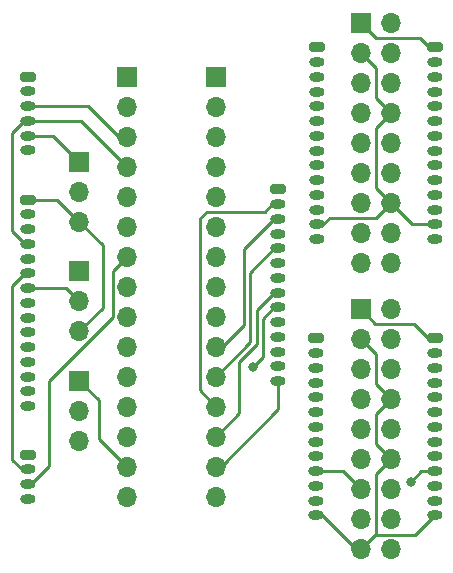
<source format=gbr>
%TF.GenerationSoftware,KiCad,Pcbnew,7.0.1*%
%TF.CreationDate,2023-03-26T20:19:22+09:00*%
%TF.ProjectId,joystick_gpio_input,6a6f7973-7469-4636-9b5f-6770696f5f69,2*%
%TF.SameCoordinates,PX78649acPY7936aa0*%
%TF.FileFunction,Copper,L2,Bot*%
%TF.FilePolarity,Positive*%
%FSLAX46Y46*%
G04 Gerber Fmt 4.6, Leading zero omitted, Abs format (unit mm)*
G04 Created by KiCad (PCBNEW 7.0.1) date 2023-03-26 20:19:22*
%MOMM*%
%LPD*%
G01*
G04 APERTURE LIST*
G04 Aperture macros list*
%AMRoundRect*
0 Rectangle with rounded corners*
0 $1 Rounding radius*
0 $2 $3 $4 $5 $6 $7 $8 $9 X,Y pos of 4 corners*
0 Add a 4 corners polygon primitive as box body*
4,1,4,$2,$3,$4,$5,$6,$7,$8,$9,$2,$3,0*
0 Add four circle primitives for the rounded corners*
1,1,$1+$1,$2,$3*
1,1,$1+$1,$4,$5*
1,1,$1+$1,$6,$7*
1,1,$1+$1,$8,$9*
0 Add four rect primitives between the rounded corners*
20,1,$1+$1,$2,$3,$4,$5,0*
20,1,$1+$1,$4,$5,$6,$7,0*
20,1,$1+$1,$6,$7,$8,$9,0*
20,1,$1+$1,$8,$9,$2,$3,0*%
G04 Aperture macros list end*
%TA.AperFunction,ComponentPad*%
%ADD10RoundRect,0.200000X-0.450000X0.200000X-0.450000X-0.200000X0.450000X-0.200000X0.450000X0.200000X0*%
%TD*%
%TA.AperFunction,ComponentPad*%
%ADD11O,1.300000X0.800000*%
%TD*%
%TA.AperFunction,ComponentPad*%
%ADD12R,1.700000X1.700000*%
%TD*%
%TA.AperFunction,ComponentPad*%
%ADD13O,1.700000X1.700000*%
%TD*%
%TA.AperFunction,ViaPad*%
%ADD14C,0.800000*%
%TD*%
%TA.AperFunction,Conductor*%
%ADD15C,0.250000*%
%TD*%
G04 APERTURE END LIST*
D10*
%TO.P,J5,1,Pin_1*%
%TO.N,/C_UP*%
X24850004Y31981800D03*
D11*
%TO.P,J5,2,Pin_2*%
%TO.N,/C_TL*%
X24850004Y30731800D03*
%TO.P,J5,3,Pin_3*%
%TO.N,/C_X*%
X24850004Y29481800D03*
%TO.P,J5,4,Pin_4*%
%TO.N,/C_DOWN*%
X24850004Y28231800D03*
%TO.P,J5,5,Pin_5*%
%TO.N,/C_Y*%
X24850004Y26981800D03*
%TO.P,J5,6,Pin_6*%
%TO.N,/C_LEFT*%
X24850004Y25731800D03*
%TO.P,J5,7,Pin_7*%
%TO.N,/C_RIGHT*%
X24850004Y24481800D03*
%TO.P,J5,8,Pin_8*%
%TO.N,/C_TR*%
X24850004Y23231800D03*
%TO.P,J5,9,Pin_9*%
%TO.N,/C_B*%
X24850004Y21981800D03*
%TO.P,J5,10,Pin_10*%
%TO.N,/C_START*%
X24850004Y20731800D03*
%TO.P,J5,11,Pin_11*%
%TO.N,/C_SELECT*%
X24850004Y19481800D03*
%TO.P,J5,12,Pin_12*%
%TO.N,/C_A*%
X24850004Y18231800D03*
%TO.P,J5,13,Pin_13*%
%TO.N,/GND*%
X24850004Y16981800D03*
%TO.P,J5,14,Pin_14*%
%TO.N,/C_HK*%
X24850004Y15731800D03*
%TD*%
D12*
%TO.P,JP3,1,Pin_1*%
%TO.N,/HK*%
X8009804Y15773400D03*
D13*
%TO.P,JP3,2,Pin_2*%
%TO.N,/HK_T*%
X8009804Y13233400D03*
%TO.P,JP3,3,Pin_3*%
%TO.N,/GND*%
X8009804Y10693400D03*
%TD*%
D10*
%TO.P,J1,1,Pin_1*%
%TO.N,/GND*%
X3615604Y41529000D03*
D11*
%TO.P,J1,2,Pin_2*%
%TO.N,/UP*%
X3615604Y40279000D03*
%TO.P,J1,3,Pin_3*%
%TO.N,/DOWN*%
X3615604Y39029000D03*
%TO.P,J1,4,Pin_4*%
%TO.N,/LEFT*%
X3615604Y37779000D03*
%TO.P,J1,5,Pin_5*%
%TO.N,/RIGHT*%
X3615604Y36529000D03*
%TO.P,J1,6,Pin_6*%
%TO.N,/GND*%
X3615604Y35279000D03*
%TD*%
D12*
%TO.P,J12,1,Pin_1*%
%TO.N,/GND*%
X12023004Y41529000D03*
D13*
%TO.P,J12,2,Pin_2*%
%TO.N,/UP*%
X12023004Y38989000D03*
%TO.P,J12,3,Pin_3*%
%TO.N,/DOWN*%
X12023004Y36449000D03*
%TO.P,J12,4,Pin_4*%
%TO.N,/LEFT*%
X12023004Y33909000D03*
%TO.P,J12,5,Pin_5*%
%TO.N,/RIGHT*%
X12023004Y31369000D03*
%TO.P,J12,6,Pin_6*%
%TO.N,/START*%
X12023004Y28829000D03*
%TO.P,J12,7,Pin_7*%
%TO.N,/SELECT*%
X12023004Y26289000D03*
%TO.P,J12,8,Pin_8*%
%TO.N,/A*%
X12023004Y23749000D03*
%TO.P,J12,9,Pin_9*%
%TO.N,/B*%
X12023004Y21209000D03*
%TO.P,J12,10,Pin_10*%
%TO.N,/X*%
X12023004Y18669000D03*
%TO.P,J12,11,Pin_11*%
%TO.N,/Y*%
X12023004Y16129000D03*
%TO.P,J12,12,Pin_12*%
%TO.N,/TL*%
X12023004Y13589000D03*
%TO.P,J12,13,Pin_13*%
%TO.N,/TR*%
X12023004Y11049000D03*
%TO.P,J12,14,Pin_14*%
%TO.N,/HK*%
X12023004Y8509000D03*
%TO.P,J12,15,Pin_15*%
%TO.N,/GND*%
X12023004Y5969000D03*
%TD*%
D10*
%TO.P,J3,1,Pin_1*%
%TO.N,/GND*%
X3641004Y31115000D03*
D11*
%TO.P,J3,2,Pin_2*%
%TO.N,/UP*%
X3641004Y29865000D03*
%TO.P,J3,3,Pin_3*%
%TO.N,/DOWN*%
X3641004Y28615000D03*
%TO.P,J3,4,Pin_4*%
%TO.N,/LEFT*%
X3641004Y27365000D03*
%TO.P,J3,5,Pin_5*%
%TO.N,/RIGHT_T*%
X3641004Y26115000D03*
%TO.P,J3,6,Pin_6*%
%TO.N,/START*%
X3641004Y24865000D03*
%TO.P,J3,7,Pin_7*%
%TO.N,/SELECT_T*%
X3641004Y23615000D03*
%TO.P,J3,8,Pin_8*%
%TO.N,/A*%
X3641004Y22365000D03*
%TO.P,J3,9,Pin_9*%
%TO.N,/B*%
X3641004Y21115000D03*
%TO.P,J3,10,Pin_10*%
%TO.N,/X*%
X3641004Y19865000D03*
%TO.P,J3,11,Pin_11*%
%TO.N,/Y*%
X3641004Y18615000D03*
%TO.P,J3,12,Pin_12*%
%TO.N,/TL*%
X3641004Y17365000D03*
%TO.P,J3,13,Pin_13*%
%TO.N,/TR*%
X3641004Y16115000D03*
%TO.P,J3,14,Pin_14*%
%TO.N,/HK_T*%
X3641004Y14865000D03*
%TO.P,J3,15,Pin_15*%
%TO.N,/GND*%
X3641004Y13615000D03*
%TD*%
D12*
%TO.P,JP1,1,Pin_1*%
%TO.N,/RIGHT*%
X8009804Y34315400D03*
D13*
%TO.P,JP1,2,Pin_2*%
%TO.N,/RIGHT_T*%
X8009804Y31775400D03*
%TO.P,JP1,3,Pin_3*%
%TO.N,/GND*%
X8009804Y29235400D03*
%TD*%
D12*
%TO.P,J4,1,Pin_1*%
%TO.N,/GND*%
X19561155Y41529000D03*
D13*
%TO.P,J4,2,Pin_2*%
%TO.N,/C_UP*%
X19561155Y38989000D03*
%TO.P,J4,3,Pin_3*%
%TO.N,/C_DOWN*%
X19561155Y36449000D03*
%TO.P,J4,4,Pin_4*%
%TO.N,/C_LEFT*%
X19561155Y33909000D03*
%TO.P,J4,5,Pin_5*%
%TO.N,/C_RIGHT*%
X19561155Y31369000D03*
%TO.P,J4,6,Pin_6*%
%TO.N,/C_START*%
X19561155Y28829000D03*
%TO.P,J4,7,Pin_7*%
%TO.N,/C_SELECT*%
X19561155Y26289000D03*
%TO.P,J4,8,Pin_8*%
%TO.N,/C_A*%
X19561155Y23749000D03*
%TO.P,J4,9,Pin_9*%
%TO.N,/C_B*%
X19561155Y21209000D03*
%TO.P,J4,10,Pin_10*%
%TO.N,/C_X*%
X19561155Y18669000D03*
%TO.P,J4,11,Pin_11*%
%TO.N,/C_Y*%
X19561155Y16129000D03*
%TO.P,J4,12,Pin_12*%
%TO.N,/C_TL*%
X19561155Y13589000D03*
%TO.P,J4,13,Pin_13*%
%TO.N,/C_TR*%
X19561155Y11049000D03*
%TO.P,J4,14,Pin_14*%
%TO.N,/C_HK*%
X19561155Y8509000D03*
%TO.P,J4,15,Pin_15*%
%TO.N,/GND*%
X19561155Y5969000D03*
%TD*%
D12*
%TO.P,JP2,1,Pin_1*%
%TO.N,/SELECT*%
X8009804Y25044400D03*
D13*
%TO.P,JP2,2,Pin_2*%
%TO.N,/SELECT_T*%
X8009804Y22504400D03*
%TO.P,JP2,3,Pin_3*%
%TO.N,/GND*%
X8009804Y19964400D03*
%TD*%
D10*
%TO.P,J2,1,Pin_1*%
%TO.N,/GND*%
X3641004Y9525000D03*
D11*
%TO.P,J2,2,Pin_2*%
%TO.N,/START*%
X3641004Y8275000D03*
%TO.P,J2,3,Pin_3*%
%TO.N,/SELECT*%
X3641004Y7025000D03*
%TO.P,J2,4,Pin_4*%
%TO.N,/GND*%
X3641004Y5775000D03*
%TD*%
D10*
%TO.P,J9,1,Pin_1*%
%TO.N,/2P_UP*%
X38071404Y19369800D03*
D11*
%TO.P,J9,2,Pin_2*%
%TO.N,/2P_TL*%
X38071404Y18119800D03*
%TO.P,J9,3,Pin_3*%
%TO.N,/2P_X*%
X38071404Y16869800D03*
%TO.P,J9,4,Pin_4*%
%TO.N,/2P_DOWN*%
X38071404Y15619800D03*
%TO.P,J9,5,Pin_5*%
%TO.N,/2P_Y*%
X38071404Y14369800D03*
%TO.P,J9,6,Pin_6*%
%TO.N,/2P_LEFT*%
X38071404Y13119800D03*
%TO.P,J9,7,Pin_7*%
%TO.N,/2P_RIGHT*%
X38071404Y11869800D03*
%TO.P,J9,8,Pin_8*%
%TO.N,/2P_TR*%
X38071404Y10619800D03*
%TO.P,J9,9,Pin_9*%
%TO.N,/2P_B*%
X38071404Y9369800D03*
%TO.P,J9,10,Pin_10*%
%TO.N,/2P_START*%
X38071404Y8119800D03*
%TO.P,J9,11,Pin_11*%
%TO.N,/2P_SELECT*%
X38071404Y6869800D03*
%TO.P,J9,12,Pin_12*%
%TO.N,/2P_A*%
X38071404Y5619800D03*
%TO.P,J9,13,Pin_13*%
%TO.N,/2P_GND*%
X38071404Y4369800D03*
%TD*%
D10*
%TO.P,J11,1,Pin_1*%
%TO.N,/2P_UP*%
X28063804Y19369800D03*
D11*
%TO.P,J11,2,Pin_2*%
%TO.N,/2P_TL*%
X28063804Y18119800D03*
%TO.P,J11,3,Pin_3*%
%TO.N,/2P_X*%
X28063804Y16869800D03*
%TO.P,J11,4,Pin_4*%
%TO.N,/2P_DOWN*%
X28063804Y15619800D03*
%TO.P,J11,5,Pin_5*%
%TO.N,/2P_Y*%
X28063804Y14369800D03*
%TO.P,J11,6,Pin_6*%
%TO.N,/2P_LEFT*%
X28063804Y13119800D03*
%TO.P,J11,7,Pin_7*%
%TO.N,/2P_RIGHT*%
X28063804Y11869800D03*
%TO.P,J11,8,Pin_8*%
%TO.N,/2P_TR*%
X28063804Y10619800D03*
%TO.P,J11,9,Pin_9*%
%TO.N,/2P_B*%
X28063804Y9369800D03*
%TO.P,J11,10,Pin_10*%
%TO.N,/2P_START*%
X28063804Y8119800D03*
%TO.P,J11,11,Pin_11*%
%TO.N,/2P_SELECT*%
X28063804Y6869800D03*
%TO.P,J11,12,Pin_12*%
%TO.N,/2P_A*%
X28063804Y5619800D03*
%TO.P,J11,13,Pin_13*%
%TO.N,/2P_GND*%
X28063804Y4369800D03*
%TD*%
D12*
%TO.P,J7,1,Pin_1*%
%TO.N,/2P_UP*%
X31818004Y21823600D03*
D13*
%TO.P,J7,2,Pin_2*%
%TO.N,/2P_TL*%
X34358004Y21823600D03*
%TO.P,J7,3,Pin_3*%
%TO.N,/2P_GND*%
X31818004Y19283600D03*
%TO.P,J7,4,Pin_4*%
%TO.N,/2P_X*%
X34358004Y19283600D03*
%TO.P,J7,5,Pin_5*%
%TO.N,unconnected-(J7-Pin_5-Pad5)*%
X31818004Y16743600D03*
%TO.P,J7,6,Pin_6*%
%TO.N,unconnected-(J7-Pin_6-Pad6)*%
X34358004Y16743600D03*
%TO.P,J7,7,Pin_7*%
%TO.N,/2P_DOWN*%
X31818004Y14203600D03*
%TO.P,J7,8,Pin_8*%
%TO.N,/2P_GND*%
X34358004Y14203600D03*
%TO.P,J7,9,Pin_9*%
%TO.N,/2P_LEFT*%
X31818004Y11663600D03*
%TO.P,J7,10,Pin_10*%
%TO.N,/2P_Y*%
X34358004Y11663600D03*
%TO.P,J7,11,Pin_11*%
%TO.N,/2P_RIGHT*%
X31818004Y9123600D03*
%TO.P,J7,12,Pin_12*%
%TO.N,/2P_GND*%
X34358004Y9123600D03*
%TO.P,J7,13,Pin_13*%
%TO.N,/2P_START*%
X31818004Y6583600D03*
%TO.P,J7,14,Pin_14*%
%TO.N,/2P_TR*%
X34358004Y6583600D03*
%TO.P,J7,15,Pin_15*%
%TO.N,/2P_SELECT*%
X31818004Y4043600D03*
%TO.P,J7,16,Pin_16*%
%TO.N,/2P_B*%
X34358004Y4043600D03*
%TO.P,J7,17,Pin_17*%
%TO.N,/2P_GND*%
X31818004Y1503600D03*
%TO.P,J7,18,Pin_18*%
%TO.N,/2P_A*%
X34358004Y1503600D03*
%TD*%
D10*
%TO.P,J8,1,Pin_1*%
%TO.N,/1P_UP*%
X38071404Y44007800D03*
D11*
%TO.P,J8,2,Pin_2*%
%TO.N,/1P_TL*%
X38071404Y42757800D03*
%TO.P,J8,3,Pin_3*%
%TO.N,/1P_X*%
X38071404Y41507800D03*
%TO.P,J8,4,Pin_4*%
%TO.N,/1P_DOWN*%
X38071404Y40257800D03*
%TO.P,J8,5,Pin_5*%
%TO.N,/1P_Y*%
X38071404Y39007800D03*
%TO.P,J8,6,Pin_6*%
%TO.N,/1P_LEFT*%
X38071404Y37757800D03*
%TO.P,J8,7,Pin_7*%
%TO.N,/1P_RIGHT*%
X38071404Y36507800D03*
%TO.P,J8,8,Pin_8*%
%TO.N,/1P_TR*%
X38071404Y35257800D03*
%TO.P,J8,9,Pin_9*%
%TO.N,/1P_B*%
X38071404Y34007800D03*
%TO.P,J8,10,Pin_10*%
%TO.N,/1P_START*%
X38071404Y32757800D03*
%TO.P,J8,11,Pin_11*%
%TO.N,/1P_SELECT*%
X38071404Y31507800D03*
%TO.P,J8,12,Pin_12*%
%TO.N,/1P_A*%
X38071404Y30257800D03*
%TO.P,J8,13,Pin_13*%
%TO.N,/1P_GND*%
X38071404Y29007800D03*
%TO.P,J8,14,Pin_14*%
%TO.N,/1P_HK*%
X38071404Y27757800D03*
%TD*%
D12*
%TO.P,J6,1,Pin_1*%
%TO.N,/1P_UP*%
X31818004Y46055200D03*
D13*
%TO.P,J6,2,Pin_2*%
%TO.N,/1P_TL*%
X34358004Y46055200D03*
%TO.P,J6,3,Pin_3*%
%TO.N,/1P_GND*%
X31818004Y43515200D03*
%TO.P,J6,4,Pin_4*%
%TO.N,/1P_X*%
X34358004Y43515200D03*
%TO.P,J6,5,Pin_5*%
%TO.N,/1P_DOWN*%
X31818004Y40975200D03*
%TO.P,J6,6,Pin_6*%
%TO.N,/1P_Y*%
X34358004Y40975200D03*
%TO.P,J6,7,Pin_7*%
%TO.N,/1P_LEFT*%
X31818004Y38435200D03*
%TO.P,J6,8,Pin_8*%
%TO.N,/1P_GND*%
X34358004Y38435200D03*
%TO.P,J6,9,Pin_9*%
%TO.N,/1P_RIGHT*%
X31818004Y35895200D03*
%TO.P,J6,10,Pin_10*%
%TO.N,/1P_TR*%
X34358004Y35895200D03*
%TO.P,J6,11,Pin_11*%
%TO.N,unconnected-(J6-Pin_11-Pad11)*%
X31818004Y33355200D03*
%TO.P,J6,12,Pin_12*%
%TO.N,/1P_B*%
X34358004Y33355200D03*
%TO.P,J6,13,Pin_13*%
%TO.N,/1P_START*%
X31818004Y30815200D03*
%TO.P,J6,14,Pin_14*%
%TO.N,/1P_GND*%
X34358004Y30815200D03*
%TO.P,J6,15,Pin_15*%
%TO.N,/1P_SELECT*%
X31818004Y28275200D03*
%TO.P,J6,16,Pin_16*%
%TO.N,/1P_A*%
X34358004Y28275200D03*
%TO.P,J6,17,Pin_17*%
%TO.N,/1P_HK*%
X31818004Y25735200D03*
%TO.P,J6,18,Pin_18*%
%TO.N,unconnected-(J6-Pin_18-Pad18)*%
X34358004Y25735200D03*
%TD*%
D10*
%TO.P,J10,1,Pin_1*%
%TO.N,/1P_UP*%
X28089204Y44007800D03*
D11*
%TO.P,J10,2,Pin_2*%
%TO.N,/1P_TL*%
X28089204Y42757800D03*
%TO.P,J10,3,Pin_3*%
%TO.N,/1P_X*%
X28089204Y41507800D03*
%TO.P,J10,4,Pin_4*%
%TO.N,/1P_DOWN*%
X28089204Y40257800D03*
%TO.P,J10,5,Pin_5*%
%TO.N,/1P_Y*%
X28089204Y39007800D03*
%TO.P,J10,6,Pin_6*%
%TO.N,/1P_LEFT*%
X28089204Y37757800D03*
%TO.P,J10,7,Pin_7*%
%TO.N,/1P_RIGHT*%
X28089204Y36507800D03*
%TO.P,J10,8,Pin_8*%
%TO.N,/1P_TR*%
X28089204Y35257800D03*
%TO.P,J10,9,Pin_9*%
%TO.N,/1P_B*%
X28089204Y34007800D03*
%TO.P,J10,10,Pin_10*%
%TO.N,/1P_START*%
X28089204Y32757800D03*
%TO.P,J10,11,Pin_11*%
%TO.N,/1P_SELECT*%
X28089204Y31507800D03*
%TO.P,J10,12,Pin_12*%
%TO.N,/1P_A*%
X28089204Y30257800D03*
%TO.P,J10,13,Pin_13*%
%TO.N,/1P_GND*%
X28089204Y29007800D03*
%TO.P,J10,14,Pin_14*%
%TO.N,/1P_HK*%
X28089204Y27757800D03*
%TD*%
D14*
%TO.N,/C_B*%
X22685355Y16941800D03*
%TO.N,/2P_START*%
X36051504Y7218600D03*
%TD*%
D15*
%TO.N,/GND*%
X6130204Y31115000D02*
X8009804Y29235400D01*
X8009804Y19964400D02*
X9991004Y21945600D01*
X9991004Y27254200D02*
X8009804Y29235400D01*
X9991004Y21945600D02*
X9991004Y27254200D01*
X3641004Y31115000D02*
X6130204Y31115000D01*
%TO.N,/DOWN*%
X11337204Y36422699D02*
X12023004Y36422699D01*
X8730903Y39029000D02*
X11337204Y36422699D01*
X3615604Y39029000D02*
X8730903Y39029000D01*
%TO.N,/LEFT*%
X3615604Y37779000D02*
X8126703Y37779000D01*
X3615604Y37779000D02*
X3345404Y37779000D01*
X2320204Y28422600D02*
X3377804Y27365000D01*
X2320204Y36753800D02*
X2320204Y28422600D01*
X3377804Y27365000D02*
X3641004Y27365000D01*
X3345404Y37779000D02*
X2320204Y36753800D01*
X8126703Y37779000D02*
X12023004Y33882699D01*
%TO.N,/RIGHT*%
X5796204Y36529000D02*
X3615604Y36529000D01*
X8009804Y34315400D02*
X5796204Y36529000D01*
%TO.N,/START*%
X2320204Y9093200D02*
X3138404Y8275000D01*
X3138404Y8275000D02*
X3641004Y8275000D01*
X2320204Y23799800D02*
X2320204Y9093200D01*
X3641004Y24865000D02*
X3385404Y24865000D01*
X3385404Y24865000D02*
X2320204Y23799800D01*
%TO.N,/SELECT*%
X3929355Y7025000D02*
X5444404Y8540049D01*
X10848004Y21140899D02*
X10848004Y25087699D01*
X10848004Y25087699D02*
X12023004Y26262699D01*
X5444404Y8540049D02*
X5444404Y15737299D01*
X5444404Y15737299D02*
X10848004Y21140899D01*
X3666309Y7025000D02*
X3929355Y7025000D01*
%TO.N,/SELECT_T*%
X6899204Y23615000D02*
X8009804Y22504400D01*
X3641004Y23615000D02*
X6899204Y23615000D01*
%TO.N,/HK*%
X8009804Y15773400D02*
X9660804Y14122400D01*
X9660804Y14122400D02*
X9660804Y10871200D01*
X9660804Y10871200D02*
X12023004Y8509000D01*
%TO.N,/C_B*%
X22685355Y16941800D02*
X23523555Y17780000D01*
X24499555Y21981800D02*
X24850004Y21981800D01*
X23523555Y17780000D02*
X23523555Y21005800D01*
X23523555Y21005800D02*
X24499555Y21981800D01*
%TO.N,/C_X*%
X19561155Y18669000D02*
X20069155Y18669000D01*
X21923355Y20523200D02*
X21923355Y26924000D01*
X20069155Y18669000D02*
X21923355Y20523200D01*
X21923355Y26924000D02*
X24481155Y29481800D01*
X24481155Y29481800D02*
X24850004Y29481800D01*
%TO.N,/C_Y*%
X24521155Y26981800D02*
X24850004Y26981800D01*
X22456755Y19024600D02*
X22456755Y24917400D01*
X19561155Y16129000D02*
X22456755Y19024600D01*
X22456755Y24917400D02*
X24521155Y26981800D01*
%TO.N,/C_TL*%
X18773755Y30099000D02*
X23675955Y30099000D01*
X24308755Y30731800D02*
X24850004Y30731800D01*
X18189555Y29514800D02*
X18773755Y30099000D01*
X23675955Y30099000D02*
X24308755Y30731800D01*
X18189555Y14960600D02*
X18189555Y29514800D01*
X19561155Y13589000D02*
X18189555Y14960600D01*
%TO.N,/C_TR*%
X23073555Y18904800D02*
X23073555Y21800400D01*
X21516955Y13004800D02*
X21516955Y17348200D01*
X24504955Y23231800D02*
X24850004Y23231800D01*
X23073555Y21800400D02*
X24504955Y23231800D01*
X21516955Y17348200D02*
X23073555Y18904800D01*
X19561155Y11049000D02*
X21516955Y13004800D01*
%TO.N,/C_HK*%
X19561155Y8509000D02*
X19967555Y8509000D01*
X24850004Y13391449D02*
X24850004Y15731800D01*
X19967555Y8509000D02*
X24850004Y13391449D01*
%TO.N,/1P_UP*%
X33103404Y44769800D02*
X31818004Y46055200D01*
X37578804Y44007800D02*
X36816804Y44769800D01*
X36816804Y44769800D02*
X33103404Y44769800D01*
X38071404Y44007800D02*
X37578804Y44007800D01*
%TO.N,/2P_GND*%
X31818004Y1503600D02*
X31442004Y1503600D01*
X33093004Y15468600D02*
X34358004Y14203600D01*
X34358004Y14203600D02*
X33093004Y12938600D01*
X33093004Y12938600D02*
X33093004Y10388600D01*
X33037204Y2722800D02*
X36424404Y2722800D01*
X31818004Y1503600D02*
X33037204Y2722800D01*
X33093004Y10388600D02*
X34358004Y9123600D01*
X31442004Y1503600D02*
X28575804Y4369800D01*
X33093004Y7858600D02*
X33093004Y2778600D01*
X34358004Y9123600D02*
X33093004Y7858600D01*
X33093004Y18008600D02*
X33093004Y15468600D01*
X31818004Y19283600D02*
X33093004Y18008600D01*
X36424404Y2722800D02*
X38071404Y4369800D01*
X33093004Y2778600D02*
X31818004Y1503600D01*
X28575804Y4369800D02*
X28063804Y4369800D01*
%TO.N,/2P_UP*%
X37553404Y19369800D02*
X36334204Y20589000D01*
X38071404Y19369800D02*
X37553404Y19369800D01*
X36334204Y20589000D02*
X33052604Y20589000D01*
X33052604Y20589000D02*
X31818004Y21823600D01*
%TO.N,/2P_START*%
X36952704Y8119800D02*
X38071404Y8119800D01*
X30281804Y8119800D02*
X31818004Y6583600D01*
X36051504Y7218600D02*
X36952704Y8119800D01*
X28063804Y8119800D02*
X30281804Y8119800D01*
%TO.N,/1P_GND*%
X36165404Y29007800D02*
X38071404Y29007800D01*
X31818004Y43515200D02*
X33093004Y42240200D01*
X33088004Y29545200D02*
X34358004Y30815200D01*
X34358004Y30815200D02*
X36165404Y29007800D01*
X33093004Y42240200D02*
X33093004Y39700200D01*
X28089204Y29007800D02*
X28644004Y29007800D01*
X28644004Y29007800D02*
X29181404Y29545200D01*
X33093004Y32080200D02*
X34358004Y30815200D01*
X33093004Y37170200D02*
X33093004Y32080200D01*
X29181404Y29545200D02*
X33088004Y29545200D01*
X34358004Y38435200D02*
X33093004Y37170200D01*
X33093004Y39700200D02*
X34358004Y38435200D01*
%TD*%
M02*

</source>
